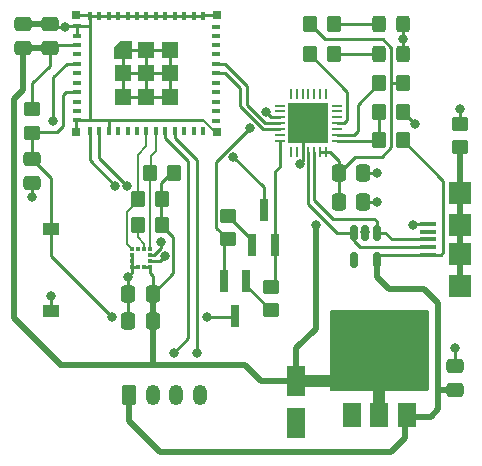
<source format=gtl>
%TF.GenerationSoftware,KiCad,Pcbnew,(6.0.1-0)*%
%TF.CreationDate,2022-02-13T16:39:06+01:00*%
%TF.ProjectId,NightLight,4e696768-744c-4696-9768-742e6b696361,rev?*%
%TF.SameCoordinates,Original*%
%TF.FileFunction,Copper,L1,Top*%
%TF.FilePolarity,Positive*%
%FSLAX46Y46*%
G04 Gerber Fmt 4.6, Leading zero omitted, Abs format (unit mm)*
G04 Created by KiCad (PCBNEW (6.0.1-0)) date 2022-02-13 16:39:06*
%MOMM*%
%LPD*%
G01*
G04 APERTURE LIST*
G04 Aperture macros list*
%AMRoundRect*
0 Rectangle with rounded corners*
0 $1 Rounding radius*
0 $2 $3 $4 $5 $6 $7 $8 $9 X,Y pos of 4 corners*
0 Add a 4 corners polygon primitive as box body*
4,1,4,$2,$3,$4,$5,$6,$7,$8,$9,$2,$3,0*
0 Add four circle primitives for the rounded corners*
1,1,$1+$1,$2,$3*
1,1,$1+$1,$4,$5*
1,1,$1+$1,$6,$7*
1,1,$1+$1,$8,$9*
0 Add four rect primitives between the rounded corners*
20,1,$1+$1,$2,$3,$4,$5,0*
20,1,$1+$1,$4,$5,$6,$7,0*
20,1,$1+$1,$6,$7,$8,$9,0*
20,1,$1+$1,$8,$9,$2,$3,0*%
%AMOutline5P*
0 Free polygon, 5 corners , with rotation*
0 The origin of the aperture is its center*
0 number of corners: always 5*
0 $1 to $10 corner X, Y*
0 $11 Rotation angle, in degrees counterclockwise*
0 create outline with 5 corners*
4,1,5,$1,$2,$3,$4,$5,$6,$7,$8,$9,$10,$1,$2,$11*%
%AMOutline6P*
0 Free polygon, 6 corners , with rotation*
0 The origin of the aperture is its center*
0 number of corners: always 6*
0 $1 to $12 corner X, Y*
0 $13 Rotation angle, in degrees counterclockwise*
0 create outline with 6 corners*
4,1,6,$1,$2,$3,$4,$5,$6,$7,$8,$9,$10,$11,$12,$1,$2,$13*%
%AMOutline7P*
0 Free polygon, 7 corners , with rotation*
0 The origin of the aperture is its center*
0 number of corners: always 7*
0 $1 to $14 corner X, Y*
0 $15 Rotation angle, in degrees counterclockwise*
0 create outline with 7 corners*
4,1,7,$1,$2,$3,$4,$5,$6,$7,$8,$9,$10,$11,$12,$13,$14,$1,$2,$15*%
%AMOutline8P*
0 Free polygon, 8 corners , with rotation*
0 The origin of the aperture is its center*
0 number of corners: always 8*
0 $1 to $16 corner X, Y*
0 $17 Rotation angle, in degrees counterclockwise*
0 create outline with 8 corners*
4,1,8,$1,$2,$3,$4,$5,$6,$7,$8,$9,$10,$11,$12,$13,$14,$15,$16,$1,$2,$17*%
G04 Aperture macros list end*
%TA.AperFunction,SMDPad,CuDef*%
%ADD10R,1.350000X0.400000*%
%TD*%
%TA.AperFunction,SMDPad,CuDef*%
%ADD11R,1.900000X1.900000*%
%TD*%
%TA.AperFunction,SMDPad,CuDef*%
%ADD12RoundRect,0.250000X-0.337500X-0.475000X0.337500X-0.475000X0.337500X0.475000X-0.337500X0.475000X0*%
%TD*%
%TA.AperFunction,SMDPad,CuDef*%
%ADD13RoundRect,0.250000X-0.475000X0.337500X-0.475000X-0.337500X0.475000X-0.337500X0.475000X0.337500X0*%
%TD*%
%TA.AperFunction,SMDPad,CuDef*%
%ADD14RoundRect,0.250000X0.350000X0.450000X-0.350000X0.450000X-0.350000X-0.450000X0.350000X-0.450000X0*%
%TD*%
%TA.AperFunction,SMDPad,CuDef*%
%ADD15R,0.700000X0.700000*%
%TD*%
%TA.AperFunction,SMDPad,CuDef*%
%ADD16R,1.450000X1.450000*%
%TD*%
%TA.AperFunction,SMDPad,CuDef*%
%ADD17Outline5P,-0.725000X0.725000X0.725000X0.725000X0.725000X-0.217500X0.217500X-0.725000X-0.725000X-0.725000X180.000000*%
%TD*%
%TA.AperFunction,SMDPad,CuDef*%
%ADD18R,0.400000X0.800000*%
%TD*%
%TA.AperFunction,SMDPad,CuDef*%
%ADD19R,0.800000X0.400000*%
%TD*%
%TA.AperFunction,SMDPad,CuDef*%
%ADD20RoundRect,0.150000X-0.150000X0.512500X-0.150000X-0.512500X0.150000X-0.512500X0.150000X0.512500X0*%
%TD*%
%TA.AperFunction,SMDPad,CuDef*%
%ADD21R,3.350000X3.350000*%
%TD*%
%TA.AperFunction,SMDPad,CuDef*%
%ADD22RoundRect,0.062500X0.337500X-0.062500X0.337500X0.062500X-0.337500X0.062500X-0.337500X-0.062500X0*%
%TD*%
%TA.AperFunction,SMDPad,CuDef*%
%ADD23RoundRect,0.062500X0.062500X-0.337500X0.062500X0.337500X-0.062500X0.337500X-0.062500X-0.337500X0*%
%TD*%
%TA.AperFunction,SMDPad,CuDef*%
%ADD24RoundRect,0.250000X0.475000X-0.337500X0.475000X0.337500X-0.475000X0.337500X-0.475000X-0.337500X0*%
%TD*%
%TA.AperFunction,SMDPad,CuDef*%
%ADD25R,0.800000X1.900000*%
%TD*%
%TA.AperFunction,SMDPad,CuDef*%
%ADD26RoundRect,0.250000X0.337500X0.475000X-0.337500X0.475000X-0.337500X-0.475000X0.337500X-0.475000X0*%
%TD*%
%TA.AperFunction,SMDPad,CuDef*%
%ADD27RoundRect,0.250000X-0.450000X0.350000X-0.450000X-0.350000X0.450000X-0.350000X0.450000X0.350000X0*%
%TD*%
%TA.AperFunction,SMDPad,CuDef*%
%ADD28RoundRect,0.250000X0.325000X0.450000X-0.325000X0.450000X-0.325000X-0.450000X0.325000X-0.450000X0*%
%TD*%
%TA.AperFunction,SMDPad,CuDef*%
%ADD29R,1.400000X1.000000*%
%TD*%
%TA.AperFunction,SMDPad,CuDef*%
%ADD30RoundRect,0.250000X-0.350000X-0.450000X0.350000X-0.450000X0.350000X0.450000X-0.350000X0.450000X0*%
%TD*%
%TA.AperFunction,ComponentPad*%
%ADD31RoundRect,0.250000X-0.350000X-0.625000X0.350000X-0.625000X0.350000X0.625000X-0.350000X0.625000X0*%
%TD*%
%TA.AperFunction,ComponentPad*%
%ADD32O,1.200000X1.750000*%
%TD*%
%TA.AperFunction,SMDPad,CuDef*%
%ADD33RoundRect,0.250000X0.450000X-0.350000X0.450000X0.350000X-0.450000X0.350000X-0.450000X-0.350000X0*%
%TD*%
%TA.AperFunction,SMDPad,CuDef*%
%ADD34R,1.500000X2.000000*%
%TD*%
%TA.AperFunction,SMDPad,CuDef*%
%ADD35R,3.800000X2.000000*%
%TD*%
%TA.AperFunction,SMDPad,CuDef*%
%ADD36R,0.350000X0.375000*%
%TD*%
%TA.AperFunction,SMDPad,CuDef*%
%ADD37R,0.375000X0.350000*%
%TD*%
%TA.AperFunction,SMDPad,CuDef*%
%ADD38RoundRect,0.250000X-0.550000X1.050000X-0.550000X-1.050000X0.550000X-1.050000X0.550000X1.050000X0*%
%TD*%
%TA.AperFunction,ViaPad*%
%ADD39C,0.800000*%
%TD*%
%TA.AperFunction,ViaPad*%
%ADD40C,0.600000*%
%TD*%
%TA.AperFunction,Conductor*%
%ADD41C,0.250000*%
%TD*%
%TA.AperFunction,Conductor*%
%ADD42C,0.200000*%
%TD*%
%TA.AperFunction,Conductor*%
%ADD43C,0.500000*%
%TD*%
%TA.AperFunction,Conductor*%
%ADD44C,1.000000*%
%TD*%
G04 APERTURE END LIST*
D10*
%TO.P,X1,1,VBUS*%
%TO.N,VBUS*%
X155937500Y-101300000D03*
%TO.P,X1,2,D-*%
%TO.N,Net-(D1-Pad3)*%
X155937500Y-100650000D03*
%TO.P,X1,3,D+*%
%TO.N,Net-(D1-Pad1)*%
X155937500Y-100000000D03*
%TO.P,X1,4,ID*%
%TO.N,unconnected-(X1-Pad4)*%
X155937500Y-99350000D03*
%TO.P,X1,5,GND*%
%TO.N,GND*%
X155937500Y-98700000D03*
D11*
%TO.P,X1,6,Shield*%
%TO.N,Net-(R8-Pad1)*%
X158612500Y-98800000D03*
X158612500Y-96050000D03*
X158612500Y-101200000D03*
X158612500Y-103950000D03*
%TD*%
D12*
%TO.P,C9,1*%
%TO.N,+3V3*%
X148362500Y-96800000D03*
%TO.P,C9,2*%
%TO.N,GND*%
X150437500Y-96800000D03*
%TD*%
D13*
%TO.P,C6,1*%
%TO.N,/RESET*%
X122400000Y-93162500D03*
%TO.P,C6,2*%
%TO.N,GND*%
X122400000Y-95237500D03*
%TD*%
D14*
%TO.P,R10,1*%
%TO.N,+3V3*%
X153800000Y-86800000D03*
%TO.P,R10,2*%
%TO.N,Net-(R10-Pad2)*%
X151800000Y-86800000D03*
%TD*%
D15*
%TO.P,U1,53,GND53*%
%TO.N,GND*%
X126130000Y-81000000D03*
%TO.P,U1,52,GND52*%
X126130000Y-90900000D03*
%TO.P,U1,51,GND51*%
X138030000Y-90900000D03*
%TO.P,U1,50,GND50*%
X138030000Y-81000000D03*
D16*
%TO.P,U1,49,GND_PAD*%
X132080000Y-85950000D03*
X134055000Y-83975000D03*
X132080000Y-87925000D03*
X134055000Y-85950000D03*
X130105000Y-85950000D03*
X134055000Y-87925000D03*
X132080000Y-83975000D03*
X130105000Y-87925000D03*
D17*
X130130000Y-83975000D03*
D18*
%TO.P,U1,48,GND48*%
X127280000Y-81050000D03*
%TO.P,U1,47,GND47*%
X128080000Y-81050000D03*
%TO.P,U1,46,GND46*%
X128880000Y-81050000D03*
%TO.P,U1,45,GND45*%
X129680000Y-81050000D03*
%TO.P,U1,44,GND44*%
X130480000Y-81050000D03*
%TO.P,U1,43,GND43*%
X131280000Y-81050000D03*
%TO.P,U1,42,GND42*%
X132080000Y-81050000D03*
%TO.P,U1,41,GND41*%
X132880000Y-81050000D03*
%TO.P,U1,40,GND40*%
X133680000Y-81050000D03*
%TO.P,U1,39,GND39*%
X134480000Y-81050000D03*
%TO.P,U1,38,GND38*%
X135280000Y-81050000D03*
%TO.P,U1,37,GND37*%
X136080000Y-81050000D03*
%TO.P,U1,36,GND36*%
X136880000Y-81050000D03*
X136880000Y-81050000D03*
D19*
%TO.P,U1,35,NC35*%
%TO.N,unconnected-(U1-Pad35)*%
X137980000Y-82000000D03*
%TO.P,U1,34,NC34*%
%TO.N,unconnected-(U1-Pad34)*%
X137980000Y-82750000D03*
%TO.P,U1,33,NC33*%
%TO.N,unconnected-(U1-Pad33)*%
X137980000Y-83550000D03*
%TO.P,U1,32,NC32*%
%TO.N,unconnected-(U1-Pad32)*%
X137980000Y-84350000D03*
%TO.P,U1,31,TXD0*%
%TO.N,/TXD0*%
X137980000Y-85150000D03*
%TO.P,U1,30,RXD0*%
%TO.N,/RXD0*%
X137980000Y-85950000D03*
%TO.P,U1,29,NC29*%
%TO.N,unconnected-(U1-Pad29)*%
X137980000Y-86750000D03*
%TO.P,U1,28,NC28*%
%TO.N,unconnected-(U1-Pad28)*%
X137980000Y-87550000D03*
%TO.P,U1,27,IO19*%
%TO.N,unconnected-(U1-Pad27)*%
X137980000Y-88350000D03*
%TO.P,U1,26,IO18*%
%TO.N,unconnected-(U1-Pad26)*%
X137980000Y-89150000D03*
%TO.P,U1,25,NC25*%
%TO.N,unconnected-(U1-Pad25)*%
X137980000Y-89950000D03*
D18*
%TO.P,U1,24,NC24*%
%TO.N,unconnected-(U1-Pad24)*%
X136880000Y-90850000D03*
%TO.P,U1,23,IO9*%
%TO.N,unconnected-(U1-Pad23)*%
X136080000Y-90850000D03*
%TO.P,U1,22,IO8*%
%TO.N,unconnected-(U1-Pad22)*%
X135280000Y-90850000D03*
%TO.P,U1,21,IO7*%
%TO.N,/LEDD*%
X134480000Y-90850000D03*
%TO.P,U1,20,IO6*%
%TO.N,/LEDC*%
X133680000Y-90850000D03*
%TO.P,U1,19,IO5*%
%TO.N,/SDC*%
X132880000Y-90850000D03*
%TO.P,U1,18,IO4*%
%TO.N,/SDA*%
X132080000Y-90850000D03*
%TO.P,U1,17,NC17*%
%TO.N,unconnected-(U1-Pad17)*%
X131280000Y-90850000D03*
%TO.P,U1,16,IO10*%
%TO.N,unconnected-(U1-Pad16)*%
X130480000Y-90850000D03*
%TO.P,U1,15,NC15*%
%TO.N,unconnected-(U1-Pad15)*%
X129680000Y-90850000D03*
%TO.P,U1,14,GND14*%
%TO.N,GND*%
X128880000Y-90850000D03*
%TO.P,U1,13,IO1*%
%TO.N,/INT2*%
X128080000Y-90850000D03*
%TO.P,U1,12,IO0*%
%TO.N,/INT1*%
X127280000Y-90850000D03*
D19*
%TO.P,U1,11,GND11*%
%TO.N,GND*%
X126180000Y-89900000D03*
%TO.P,U1,10,NC10*%
%TO.N,unconnected-(U1-Pad10)*%
X126180000Y-89150000D03*
%TO.P,U1,9,NC9*%
%TO.N,unconnected-(U1-Pad9)*%
X126180000Y-88350000D03*
%TO.P,U1,8,EN*%
%TO.N,/RESET*%
X126180000Y-87550000D03*
%TO.P,U1,7,NC7*%
%TO.N,unconnected-(U1-Pad7)*%
X126180000Y-86750000D03*
%TO.P,U1,6,IO3*%
%TO.N,unconnected-(U1-Pad6)*%
X126180000Y-85950000D03*
%TO.P,U1,5,IO2*%
%TO.N,/GPIO2*%
X126180000Y-85150000D03*
%TO.P,U1,4,NC4*%
%TO.N,unconnected-(U1-Pad4)*%
X126180000Y-84350000D03*
%TO.P,U1,3,3V3*%
%TO.N,+3V3*%
X126180000Y-83550000D03*
%TO.P,U1,2,GND2*%
%TO.N,GND*%
X126180000Y-82750000D03*
%TO.P,U1,1,GND1*%
X126180000Y-81950000D03*
%TD*%
D20*
%TO.P,D1,1,K*%
%TO.N,Net-(D1-Pad1)*%
X151572000Y-99446500D03*
%TO.P,D1,2,A*%
%TO.N,GND*%
X150622000Y-99446500D03*
%TO.P,D1,3,K*%
%TO.N,Net-(D1-Pad3)*%
X149672000Y-99446500D03*
%TO.P,D1,4,K*%
%TO.N,unconnected-(D1-Pad4)*%
X149672000Y-101721500D03*
%TO.P,D1,5,K*%
%TO.N,VBUS*%
X151572000Y-101721500D03*
%TD*%
D21*
%TO.P,U3,29,GND*%
%TO.N,GND*%
X145796000Y-90170000D03*
D22*
%TO.P,U3,28,~{DTR}*%
%TO.N,/DTR*%
X143346000Y-91670000D03*
%TO.P,U3,27,~{DSR}*%
%TO.N,unconnected-(U3-Pad27)*%
X143346000Y-91170000D03*
%TO.P,U3,26,TXD*%
%TO.N,/RXD0*%
X143346000Y-90670000D03*
%TO.P,U3,25,RXD*%
%TO.N,/TXD0*%
X143346000Y-90170000D03*
%TO.P,U3,24,~{RTS}*%
%TO.N,/RTS*%
X143346000Y-89670000D03*
%TO.P,U3,23,~{CTS}*%
%TO.N,unconnected-(U3-Pad23)*%
X143346000Y-89170000D03*
%TO.P,U3,22,GPIO.4*%
%TO.N,unconnected-(U3-Pad22)*%
X143346000Y-88670000D03*
D23*
%TO.P,U3,21,GPIO.5*%
%TO.N,unconnected-(U3-Pad21)*%
X144296000Y-87720000D03*
%TO.P,U3,20,GPIO.6*%
%TO.N,unconnected-(U3-Pad20)*%
X144796000Y-87720000D03*
%TO.P,U3,19,~{TXT}/GPIO.0*%
%TO.N,unconnected-(U3-Pad19)*%
X145296000Y-87720000D03*
%TO.P,U3,18,~{RXT}/GPIO.1*%
%TO.N,unconnected-(U3-Pad18)*%
X145796000Y-87720000D03*
%TO.P,U3,17,RS485/GPIO.2*%
%TO.N,unconnected-(U3-Pad17)*%
X146296000Y-87720000D03*
%TO.P,U3,16,~{WAKEUP}/GPIO.3*%
%TO.N,unconnected-(U3-Pad16)*%
X146796000Y-87720000D03*
%TO.P,U3,15,CHR0*%
%TO.N,unconnected-(U3-Pad15)*%
X147296000Y-87720000D03*
D22*
%TO.P,U3,14,CHR1*%
%TO.N,unconnected-(U3-Pad14)*%
X148246000Y-88670000D03*
%TO.P,U3,13,CHREN*%
%TO.N,unconnected-(U3-Pad13)*%
X148246000Y-89170000D03*
%TO.P,U3,12,SUSPEND*%
%TO.N,unconnected-(U3-Pad12)*%
X148246000Y-89670000D03*
%TO.P,U3,11,~{SUSPEND}*%
%TO.N,Net-(R12-Pad1)*%
X148246000Y-90170000D03*
%TO.P,U3,10,NC*%
%TO.N,unconnected-(U3-Pad10)*%
X148246000Y-90670000D03*
%TO.P,U3,9,~{RST}*%
%TO.N,Net-(R10-Pad2)*%
X148246000Y-91170000D03*
%TO.P,U3,8,VBUS*%
%TO.N,Net-(R11-Pad1)*%
X148246000Y-91670000D03*
D23*
%TO.P,U3,7,VREGIN*%
%TO.N,+3V3*%
X147296000Y-92620000D03*
%TO.P,U3,6,VDD*%
X146796000Y-92620000D03*
%TO.P,U3,5,D-*%
%TO.N,Net-(D1-Pad1)*%
X146296000Y-92620000D03*
%TO.P,U3,4,D+*%
%TO.N,Net-(D1-Pad3)*%
X145796000Y-92620000D03*
%TO.P,U3,3,GND*%
%TO.N,GND*%
X145296000Y-92620000D03*
%TO.P,U3,2,~{RI}/CLK*%
%TO.N,unconnected-(U3-Pad2)*%
X144796000Y-92620000D03*
%TO.P,U3,1,~{DCD}*%
%TO.N,unconnected-(U3-Pad1)*%
X144296000Y-92620000D03*
%TD*%
D14*
%TO.P,R2,1*%
%TO.N,+3V3*%
X134400000Y-94400000D03*
%TO.P,R2,2*%
%TO.N,/SDC*%
X132400000Y-94400000D03*
%TD*%
D24*
%TO.P,C4,1*%
%TO.N,+3V3*%
X123900000Y-83837500D03*
%TO.P,C4,2*%
%TO.N,GND*%
X123900000Y-81762500D03*
%TD*%
%TO.P,C3,1*%
%TO.N,+3V3*%
X121600000Y-83837500D03*
%TO.P,C3,2*%
%TO.N,GND*%
X121600000Y-81762500D03*
%TD*%
D25*
%TO.P,Q2,1,B*%
%TO.N,Net-(Q2-Pad1)*%
X140550000Y-103500000D03*
%TO.P,Q2,2,E*%
%TO.N,/RTS*%
X138650000Y-103500000D03*
%TO.P,Q2,3,C*%
%TO.N,/RESET*%
X139600000Y-106500000D03*
%TD*%
D26*
%TO.P,C5,1*%
%TO.N,+3V3*%
X132609500Y-106933500D03*
%TO.P,C5,2*%
%TO.N,GND*%
X130534500Y-106933500D03*
%TD*%
D27*
%TO.P,R5,1*%
%TO.N,Net-(Q1-Pad1)*%
X139000000Y-98000000D03*
%TO.P,R5,2*%
%TO.N,/RTS*%
X139000000Y-100000000D03*
%TD*%
D28*
%TO.P,D3,1,K*%
%TO.N,GND*%
X153800000Y-84328000D03*
%TO.P,D3,2,A*%
%TO.N,Net-(D3-Pad2)*%
X151750000Y-84328000D03*
%TD*%
D29*
%TO.P,PB1,1,1*%
%TO.N,GND*%
X124000000Y-106100000D03*
%TO.P,PB1,2,2*%
%TO.N,/RESET*%
X124000000Y-99100000D03*
%TD*%
D14*
%TO.P,R1,1*%
%TO.N,+3V3*%
X133400000Y-96600000D03*
%TO.P,R1,2*%
%TO.N,/SDA*%
X131400000Y-96600000D03*
%TD*%
D25*
%TO.P,Q1,1,B*%
%TO.N,Net-(Q1-Pad1)*%
X141050000Y-100500000D03*
%TO.P,Q1,2,E*%
%TO.N,/DTR*%
X142950000Y-100500000D03*
%TO.P,Q1,3,C*%
%TO.N,/GPIO2*%
X142000000Y-97500000D03*
%TD*%
D30*
%TO.P,R3,1*%
%TO.N,+3V3*%
X145933000Y-81788000D03*
%TO.P,R3,2*%
%TO.N,Net-(D2-Pad2)*%
X147933000Y-81788000D03*
%TD*%
D31*
%TO.P,X2,1,Pin_1*%
%TO.N,VBUS*%
X130604000Y-113150000D03*
D32*
%TO.P,X2,2,Pin_2*%
%TO.N,/LEDC*%
X132604000Y-113150000D03*
%TO.P,X2,3,Pin_3*%
%TO.N,/LEDD*%
X134604000Y-113150000D03*
%TO.P,X2,4,Pin_4*%
%TO.N,GND*%
X136604000Y-113150000D03*
%TD*%
D28*
%TO.P,D2,1,K*%
%TO.N,GND*%
X153800000Y-81788000D03*
%TO.P,D2,2,A*%
%TO.N,Net-(D2-Pad2)*%
X151750000Y-81788000D03*
%TD*%
D33*
%TO.P,R6,1*%
%TO.N,Net-(Q2-Pad1)*%
X142600000Y-106000000D03*
%TO.P,R6,2*%
%TO.N,/DTR*%
X142600000Y-104000000D03*
%TD*%
D34*
%TO.P,U4,1,GND*%
%TO.N,GND*%
X149500000Y-114910000D03*
D35*
%TO.P,U4,2,VO*%
%TO.N,+3V3*%
X151800000Y-108610000D03*
D34*
X151800000Y-114910000D03*
%TO.P,U4,3,VI*%
%TO.N,VBUS*%
X154100000Y-114910000D03*
%TD*%
D27*
%TO.P,R7,1*%
%TO.N,+3V3*%
X122400000Y-89000000D03*
%TO.P,R7,2*%
%TO.N,/RESET*%
X122400000Y-91000000D03*
%TD*%
D24*
%TO.P,C1,1*%
%TO.N,VBUS*%
X158242000Y-112797500D03*
%TO.P,C1,2*%
%TO.N,GND*%
X158242000Y-110722500D03*
%TD*%
D14*
%TO.P,R9,1*%
%TO.N,VBUS*%
X153800000Y-91600000D03*
%TO.P,R9,2*%
%TO.N,Net-(R11-Pad1)*%
X151800000Y-91600000D03*
%TD*%
D36*
%TO.P,U2,1,SCL/SPC*%
%TO.N,/SDC*%
X132350000Y-100837500D03*
%TO.P,U2,2,~{CS}*%
%TO.N,Net-(R4-Pad2)*%
X131850000Y-100837500D03*
%TO.P,U2,3,SA0/SDO*%
%TO.N,unconnected-(U2-Pad3)*%
X131350000Y-100837500D03*
%TO.P,U2,4,SDA/SDI*%
%TO.N,/SDA*%
X130850000Y-100837500D03*
D37*
%TO.P,U2,5,RES*%
%TO.N,GND*%
X130837500Y-101350000D03*
%TO.P,U2,6,GND*%
X130837500Y-101850000D03*
D36*
%TO.P,U2,7,GND*%
X130850000Y-102362500D03*
%TO.P,U2,8,GND*%
X131350000Y-102362500D03*
%TO.P,U2,9,Vdd*%
%TO.N,+3V3*%
X131850000Y-102362500D03*
%TO.P,U2,10,Vdd_IO*%
X132350000Y-102362500D03*
D37*
%TO.P,U2,11,INT2*%
%TO.N,/INT2*%
X132362500Y-101850000D03*
%TO.P,U2,12,INT1*%
%TO.N,/INT1*%
X132362500Y-101350000D03*
%TD*%
D26*
%TO.P,C7,1*%
%TO.N,+3V3*%
X132609500Y-104647500D03*
%TO.P,C7,2*%
%TO.N,GND*%
X130534500Y-104647500D03*
%TD*%
D14*
%TO.P,R4,1*%
%TO.N,+3V3*%
X133400000Y-98800000D03*
%TO.P,R4,2*%
%TO.N,Net-(R4-Pad2)*%
X131400000Y-98800000D03*
%TD*%
D30*
%TO.P,R11,1*%
%TO.N,Net-(R11-Pad1)*%
X151800000Y-89200000D03*
%TO.P,R11,2*%
%TO.N,GND*%
X153800000Y-89200000D03*
%TD*%
%TO.P,R12,1*%
%TO.N,Net-(R12-Pad1)*%
X145933000Y-84328000D03*
%TO.P,R12,2*%
%TO.N,Net-(D3-Pad2)*%
X147933000Y-84328000D03*
%TD*%
D38*
%TO.P,C2,1*%
%TO.N,+3V3*%
X144780000Y-111992000D03*
%TO.P,C2,2*%
%TO.N,GND*%
X144780000Y-115592000D03*
%TD*%
D33*
%TO.P,R8,1*%
%TO.N,Net-(R8-Pad1)*%
X158600000Y-92200000D03*
%TO.P,R8,2*%
%TO.N,GND*%
X158600000Y-90200000D03*
%TD*%
D12*
%TO.P,C8,1*%
%TO.N,+3V3*%
X148362500Y-94400000D03*
%TO.P,C8,2*%
%TO.N,GND*%
X150437500Y-94400000D03*
%TD*%
D39*
%TO.N,GND*%
X122400000Y-96400000D03*
X151600000Y-94400000D03*
X132050000Y-83975000D03*
X124000000Y-104800000D03*
X150600000Y-99400000D03*
X151600000Y-96800000D03*
X134055000Y-83975000D03*
X158200000Y-109200000D03*
X145071500Y-93600000D03*
X130130000Y-83975000D03*
X132100000Y-85948000D03*
X144800000Y-115600000D03*
X154800000Y-90200000D03*
X125200000Y-82000000D03*
X134055000Y-87898000D03*
X130534500Y-103200000D03*
X132100000Y-87925000D03*
X153791000Y-83000000D03*
X134055000Y-86043000D03*
X149400000Y-115000000D03*
X158600000Y-89000000D03*
X130105000Y-87925000D03*
X154686000Y-98806000D03*
X130100000Y-85950000D03*
D40*
%TO.N,+3V3*%
X148200000Y-110800000D03*
X148200000Y-108000000D03*
X150000000Y-110000000D03*
X153800000Y-111400000D03*
X153800000Y-110000000D03*
X153800000Y-108600000D03*
X155400000Y-106600000D03*
D39*
X148400000Y-96800000D03*
D40*
X150000000Y-107200000D03*
X151800000Y-112200000D03*
X151800000Y-110800000D03*
X153800000Y-107200000D03*
X148200000Y-112200000D03*
X150000000Y-111400000D03*
X148200000Y-106600000D03*
X151800000Y-106600000D03*
X151800000Y-109400000D03*
X151800000Y-108000000D03*
X155400000Y-112200000D03*
X150000000Y-108600000D03*
X155400000Y-109400000D03*
X155400000Y-110800000D03*
X155400000Y-108000000D03*
D39*
X146400000Y-98800000D03*
D40*
X148200000Y-109400000D03*
D39*
%TO.N,/RESET*%
X129200000Y-106600000D03*
X137200000Y-106600000D03*
%TO.N,/GPIO2*%
X124200000Y-90000000D03*
X139409299Y-93009299D03*
%TO.N,/RTS*%
X140838701Y-90555299D03*
X142181158Y-89212842D03*
%TO.N,/INT1*%
X133345701Y-100200000D03*
X129450000Y-95450000D03*
%TO.N,/LEDC*%
X134400000Y-109600000D03*
%TO.N,/LEDD*%
X136400000Y-109600000D03*
%TO.N,/INT2*%
X133691500Y-101400000D03*
X130426944Y-95473056D03*
%TD*%
D41*
%TO.N,/INT1*%
X129450000Y-95450000D02*
X127280000Y-93280000D01*
X127280000Y-93280000D02*
X127280000Y-90850000D01*
%TO.N,/INT2*%
X130426944Y-95473056D02*
X128080000Y-93126112D01*
X128080000Y-93126112D02*
X128080000Y-90850000D01*
%TO.N,GND*%
X154800000Y-90200000D02*
X153800000Y-89200000D01*
X128880000Y-90000000D02*
X128880000Y-90850000D01*
D42*
X137900000Y-90900000D02*
X136875000Y-89875000D01*
D41*
X128580000Y-89900000D02*
X136850000Y-89900000D01*
D42*
X138030000Y-90900000D02*
X137900000Y-90900000D01*
D43*
%TO.N,VBUS*%
X130604000Y-113150000D02*
X130604000Y-115404000D01*
X130604000Y-115404000D02*
X133200000Y-118000000D01*
X133200000Y-118000000D02*
X152800000Y-118000000D01*
X152800000Y-118000000D02*
X154000000Y-116800000D01*
X154000000Y-116800000D02*
X154000000Y-115010000D01*
X154000000Y-115010000D02*
X154010000Y-115000000D01*
X154010000Y-115000000D02*
X156200000Y-115000000D01*
X156200000Y-115000000D02*
X156800000Y-114400000D01*
X156800000Y-114400000D02*
X156800000Y-112797500D01*
X151572000Y-103172000D02*
X151572000Y-101721500D01*
D41*
X156075000Y-101300000D02*
X151658500Y-101300000D01*
X157000000Y-101300000D02*
X157226000Y-101074000D01*
D43*
X158242000Y-112797500D02*
X156800000Y-112797500D01*
X156800000Y-112797500D02*
X156800000Y-105400000D01*
X156800000Y-105400000D02*
X155600000Y-104200000D01*
X155600000Y-104200000D02*
X152600000Y-104200000D01*
D41*
X156075000Y-101300000D02*
X157000000Y-101300000D01*
X157226000Y-95026000D02*
X153800000Y-91600000D01*
X157226000Y-101074000D02*
X157226000Y-95026000D01*
D43*
X152600000Y-104200000D02*
X151572000Y-103172000D01*
D41*
%TO.N,GND*%
X126922500Y-81950000D02*
X127280000Y-81950000D01*
X127280000Y-89877500D02*
X127257500Y-89900000D01*
X130534500Y-104647500D02*
X130534500Y-103200000D01*
X128880000Y-81050000D02*
X128080000Y-81050000D01*
X129680000Y-81050000D02*
X128880000Y-81050000D01*
X130105000Y-85950000D02*
X130100000Y-85950000D01*
X126130000Y-89950000D02*
X126180000Y-89900000D01*
X130534500Y-103145000D02*
X130850000Y-102829500D01*
X126130000Y-90900000D02*
X126130000Y-89950000D01*
X130100000Y-85950000D02*
X132098000Y-85950000D01*
X126130000Y-81000000D02*
X127230000Y-81000000D01*
X127280000Y-85978000D02*
X127280000Y-89877500D01*
X130837500Y-102346500D02*
X130822000Y-102362000D01*
X145296000Y-92620000D02*
X145296000Y-90670000D01*
X158242000Y-109242000D02*
X158200000Y-109200000D01*
X122400000Y-96400000D02*
X122428000Y-96372000D01*
X158600000Y-90200000D02*
X158600000Y-89000000D01*
X132102000Y-85950000D02*
X134055000Y-85950000D01*
X126180000Y-89900000D02*
X127257500Y-89900000D01*
X132100000Y-87925000D02*
X134028000Y-87925000D01*
X126180000Y-81950000D02*
X126922500Y-81950000D01*
X125200000Y-82000000D02*
X124137500Y-82000000D01*
X128080000Y-81050000D02*
X127280000Y-81050000D01*
X144792000Y-115592000D02*
X144800000Y-115600000D01*
X130850000Y-102829500D02*
X130850000Y-102362500D01*
X129680000Y-81050000D02*
X130480000Y-81050000D01*
X130105000Y-84000000D02*
X130130000Y-83975000D01*
X130105000Y-87925000D02*
X132100000Y-87925000D01*
X145296000Y-90670000D02*
X145796000Y-90170000D01*
X144780000Y-115592000D02*
X144792000Y-115592000D01*
X124137500Y-82000000D02*
X123900000Y-81762500D01*
X149490000Y-114910000D02*
X149400000Y-115000000D01*
X153800000Y-83009000D02*
X153791000Y-83000000D01*
X145296000Y-93375500D02*
X145071500Y-93600000D01*
X127230000Y-81000000D02*
X127280000Y-81050000D01*
X158242000Y-110722500D02*
X158242000Y-109242000D01*
X150437500Y-94400000D02*
X151600000Y-94400000D01*
X130480000Y-81050000D02*
X136880000Y-81050000D01*
X130105000Y-87925000D02*
X130105000Y-84000000D01*
X153800000Y-84328000D02*
X153800000Y-83009000D01*
X126180000Y-81950000D02*
X126180000Y-82750000D01*
X153800000Y-82991000D02*
X153791000Y-83000000D01*
X136930000Y-81000000D02*
X136880000Y-81050000D01*
X134028000Y-87925000D02*
X134055000Y-87898000D01*
D43*
X121600000Y-81762500D02*
X123900000Y-81762500D01*
D41*
X150622000Y-99422000D02*
X150600000Y-99400000D01*
X130837500Y-101377500D02*
X130837500Y-102346500D01*
X130822000Y-102362000D02*
X131322000Y-102362000D01*
X127280000Y-81950000D02*
X127280000Y-85978000D01*
X150437500Y-96800000D02*
X151600000Y-96800000D01*
X138030000Y-81000000D02*
X136930000Y-81000000D01*
X130534500Y-104647500D02*
X130534500Y-106933500D01*
X127257500Y-89900000D02*
X128580000Y-89900000D01*
X124000000Y-106100000D02*
X124000000Y-104800000D01*
X130130000Y-83975000D02*
X132050000Y-83975000D01*
X127280000Y-81950000D02*
X127280000Y-81050000D01*
X134055000Y-83975000D02*
X134055000Y-86043000D01*
X154792000Y-98700000D02*
X154686000Y-98806000D01*
X132098000Y-85950000D02*
X132100000Y-85948000D01*
X132080000Y-87925000D02*
X132080000Y-83975000D01*
X125250000Y-81950000D02*
X126180000Y-81950000D01*
X130534500Y-103200000D02*
X130534500Y-103145000D01*
X122428000Y-96372000D02*
X122428000Y-95271500D01*
X132050000Y-83975000D02*
X134055000Y-83975000D01*
X145296000Y-92620000D02*
X145296000Y-93375500D01*
X156075000Y-98700000D02*
X154792000Y-98700000D01*
X150622000Y-99446500D02*
X150622000Y-99422000D01*
X149500000Y-114910000D02*
X149490000Y-114910000D01*
X134055000Y-86043000D02*
X134055000Y-87898000D01*
X125200000Y-82000000D02*
X125250000Y-81950000D01*
X132100000Y-85948000D02*
X132102000Y-85950000D01*
X153800000Y-81788000D02*
X153800000Y-82991000D01*
D43*
%TO.N,+3V3*%
X124800000Y-110600000D02*
X140400000Y-110600000D01*
X120904000Y-88138000D02*
X120904000Y-106680000D01*
X146400000Y-107600000D02*
X144780000Y-109220000D01*
D41*
X152800000Y-86800000D02*
X152800000Y-83800000D01*
X152067493Y-83058000D02*
X147203000Y-83058000D01*
D44*
X151800000Y-109000000D02*
X151800000Y-108610000D01*
D43*
X121600000Y-83837500D02*
X123900000Y-83837500D01*
D41*
X148362500Y-94400000D02*
X149762500Y-93000000D01*
X133334000Y-95250000D02*
X134350000Y-94234000D01*
D43*
X146400000Y-98800000D02*
X146400000Y-107600000D01*
X132609500Y-106933500D02*
X132609500Y-104647500D01*
D41*
X147620000Y-92620000D02*
X147296000Y-92620000D01*
D44*
X151800000Y-110000000D02*
X151800000Y-109000000D01*
X151800000Y-112000000D02*
X144788000Y-112000000D01*
D41*
X134366000Y-99838000D02*
X133334000Y-98806000D01*
D43*
X141792000Y-111992000D02*
X144780000Y-111992000D01*
D41*
X132609500Y-103145000D02*
X132609500Y-104647500D01*
X152775000Y-83765507D02*
X152067493Y-83058000D01*
X149762500Y-93000000D02*
X152000000Y-93000000D01*
X133334000Y-96520000D02*
X133334000Y-95250000D01*
X133334000Y-98806000D02*
X133334000Y-96520000D01*
X153800000Y-86800000D02*
X152800000Y-86800000D01*
X152800000Y-92200000D02*
X152800000Y-86800000D01*
D43*
X132609500Y-106933500D02*
X132609500Y-110600000D01*
D41*
X132350000Y-102885500D02*
X132609500Y-103145000D01*
X144788000Y-112000000D02*
X144780000Y-111992000D01*
D43*
X144780000Y-109220000D02*
X144780000Y-111992000D01*
D41*
X122428000Y-88916000D02*
X122428000Y-86772000D01*
D43*
X140400000Y-110600000D02*
X141792000Y-111992000D01*
D41*
X122428000Y-86772000D02*
X123900000Y-85300000D01*
X146796000Y-92620000D02*
X147296000Y-92620000D01*
X126180000Y-83550000D02*
X124187500Y-83550000D01*
X132350000Y-102362000D02*
X132350000Y-102885500D01*
D44*
X151800000Y-111000000D02*
X151800000Y-110000000D01*
D41*
X124187500Y-83550000D02*
X123900000Y-83837500D01*
D44*
X151800000Y-114910000D02*
X151800000Y-111000000D01*
D41*
X148400000Y-96800000D02*
X148400000Y-93400000D01*
D43*
X120904000Y-106680000D02*
X124824000Y-110600000D01*
D41*
X147203000Y-83058000D02*
X145933000Y-81788000D01*
D43*
X121666000Y-87376000D02*
X120904000Y-88138000D01*
D41*
X131822000Y-102362000D02*
X132350000Y-102362000D01*
X152000000Y-93000000D02*
X152800000Y-92200000D01*
D43*
X121666000Y-83566000D02*
X121666000Y-87376000D01*
D41*
X134366000Y-102891000D02*
X134366000Y-99838000D01*
X123900000Y-85300000D02*
X123900000Y-83837500D01*
X132609500Y-104647500D02*
X134366000Y-102891000D01*
X148400000Y-93400000D02*
X147620000Y-92620000D01*
%TO.N,/RESET*%
X122428000Y-90916000D02*
X122428000Y-93196500D01*
X122428000Y-93196500D02*
X124000000Y-94768500D01*
X125000011Y-90399989D02*
X124499986Y-90900014D01*
X137200000Y-106600000D02*
X139414000Y-106600000D01*
X125000011Y-87799989D02*
X125000011Y-90399989D01*
X126180000Y-87550000D02*
X125250000Y-87550000D01*
X124000000Y-101400000D02*
X129200000Y-106600000D01*
X122443986Y-90900014D02*
X122428000Y-90916000D01*
X139414000Y-106600000D02*
X139446000Y-106632000D01*
X124499986Y-90900014D02*
X122443986Y-90900014D01*
X124000000Y-94768500D02*
X124000000Y-101400000D01*
X125250000Y-87550000D02*
X125000011Y-87799989D01*
%TO.N,Net-(Q1-Pad1)*%
X139000000Y-98036000D02*
X141050000Y-100086000D01*
X141050000Y-100086000D02*
X141050000Y-100536000D01*
%TO.N,/DTR*%
X142950000Y-103954000D02*
X142950000Y-100536000D01*
X142950000Y-94250000D02*
X143346000Y-93854000D01*
X143346000Y-93854000D02*
X143346000Y-91670000D01*
X142950000Y-100536000D02*
X142950000Y-94250000D01*
X142748000Y-104156000D02*
X142950000Y-103954000D01*
%TO.N,/GPIO2*%
X125341000Y-85150000D02*
X124200000Y-86291000D01*
X126180000Y-85150000D02*
X125341000Y-85150000D01*
X124200000Y-86291000D02*
X124200000Y-90000000D01*
X142000000Y-95600000D02*
X139409299Y-93009299D01*
X142000000Y-97536000D02*
X142000000Y-95600000D01*
%TO.N,Net-(Q2-Pad1)*%
X140396000Y-103804000D02*
X142748000Y-106156000D01*
X140396000Y-103632000D02*
X140396000Y-103804000D01*
%TO.N,/RTS*%
X139000000Y-100000000D02*
X138650000Y-100350000D01*
X137975480Y-93418520D02*
X140838701Y-90555299D01*
X143346000Y-89670000D02*
X142638316Y-89670000D01*
X142638316Y-89670000D02*
X142181158Y-89212842D01*
X138964000Y-100000000D02*
X137975480Y-99011480D01*
X137975480Y-99011480D02*
X137975480Y-93418520D01*
X138650000Y-100350000D02*
X138650000Y-103500000D01*
X139000000Y-100000000D02*
X138964000Y-100000000D01*
D42*
%TO.N,/SDA*%
X132080000Y-90752000D02*
X132080000Y-92075000D01*
X132080000Y-92075000D02*
X131334000Y-92821000D01*
X131334000Y-92821000D02*
X131334000Y-96774000D01*
X130409480Y-97698520D02*
X131334000Y-96774000D01*
X130409480Y-100424480D02*
X130409480Y-97698520D01*
X130822000Y-100837000D02*
X130409480Y-100424480D01*
%TO.N,/SDC*%
X132400000Y-94516000D02*
X132428000Y-94488000D01*
X132428000Y-92948000D02*
X132880000Y-92496000D01*
X132428000Y-94488000D02*
X132428000Y-92948000D01*
X132350000Y-100837500D02*
X132400000Y-100787500D01*
X132880000Y-92496000D02*
X132880000Y-90830000D01*
X132400000Y-100787500D02*
X132400000Y-94516000D01*
D41*
%TO.N,/INT1*%
X132749522Y-101349500D02*
X132334500Y-101349500D01*
X133345701Y-100753321D02*
X132749522Y-101349500D01*
X133345701Y-100200000D02*
X133345701Y-100753321D01*
%TO.N,Net-(D1-Pad1)*%
X151572000Y-98486000D02*
X151384000Y-98298000D01*
X152278500Y-99446500D02*
X151572000Y-99446500D01*
X156075000Y-100000000D02*
X152832000Y-100000000D01*
X152832000Y-100000000D02*
X152278500Y-99446500D01*
X151572000Y-99446500D02*
X151572000Y-98486000D01*
X147898000Y-98298000D02*
X146296000Y-96696000D01*
X151384000Y-98298000D02*
X147898000Y-98298000D01*
X146296000Y-96696000D02*
X146296000Y-92620000D01*
%TO.N,/LEDC*%
X133680000Y-91400000D02*
X133680000Y-90850000D01*
X135636000Y-93356000D02*
X133680000Y-91400000D01*
X135636000Y-108364000D02*
X135636000Y-93356000D01*
X134400000Y-109600000D02*
X135636000Y-108364000D01*
%TO.N,/LEDD*%
X136400000Y-109600000D02*
X136400000Y-93320000D01*
X136400000Y-93320000D02*
X134480000Y-91400000D01*
X134480000Y-91400000D02*
X134480000Y-90850000D01*
%TO.N,/RXD0*%
X141978000Y-90670000D02*
X140000000Y-88692000D01*
X140000000Y-87200000D02*
X138750000Y-85950000D01*
X140000000Y-88692000D02*
X140000000Y-87200000D01*
X138750000Y-85950000D02*
X137980000Y-85950000D01*
X143346000Y-90670000D02*
X141978000Y-90670000D01*
%TO.N,/TXD0*%
X142113718Y-90170000D02*
X143346000Y-90170000D01*
X137980000Y-85150000D02*
X138750000Y-85150000D01*
X140600000Y-88656282D02*
X142113718Y-90170000D01*
X138750000Y-85150000D02*
X140600000Y-87000000D01*
X140600000Y-87000000D02*
X140600000Y-88656282D01*
D42*
%TO.N,Net-(R4-Pad2)*%
X131334000Y-98806000D02*
X131334000Y-99838000D01*
X131334000Y-99838000D02*
X131850000Y-100354000D01*
X131850000Y-100354000D02*
X131850000Y-100837500D01*
D41*
%TO.N,Net-(R11-Pad1)*%
X148246000Y-91670000D02*
X151730000Y-91670000D01*
X151730000Y-91670000D02*
X151800000Y-91600000D01*
X151800000Y-89200000D02*
X151800000Y-91600000D01*
%TO.N,Net-(R10-Pad2)*%
X148246000Y-91170000D02*
X149622000Y-91170000D01*
X150000000Y-88600000D02*
X151800000Y-86800000D01*
X150000000Y-90792000D02*
X150000000Y-88600000D01*
X149622000Y-91170000D02*
X150000000Y-90792000D01*
D43*
%TO.N,Net-(R8-Pad1)*%
X158600000Y-103800000D02*
X158600000Y-92400000D01*
X158600000Y-92400000D02*
X158800000Y-92200000D01*
D41*
%TO.N,Net-(D1-Pad3)*%
X149672000Y-100142000D02*
X149672000Y-99446500D01*
X149672000Y-99446500D02*
X148246500Y-99446500D01*
X148246500Y-99446500D02*
X145796000Y-96996000D01*
X156075000Y-100650000D02*
X150180000Y-100650000D01*
X145796000Y-96996000D02*
X145796000Y-92620000D01*
X150180000Y-100650000D02*
X149672000Y-100142000D01*
%TO.N,/INT2*%
X133241500Y-101850000D02*
X133691500Y-101400000D01*
X132362500Y-101850000D02*
X133241500Y-101850000D01*
%TO.N,Net-(D2-Pad2)*%
X147933000Y-81788000D02*
X151750000Y-81788000D01*
%TO.N,Net-(D3-Pad2)*%
X147933000Y-84328000D02*
X151750000Y-84328000D01*
%TO.N,Net-(R12-Pad1)*%
X145933000Y-84333000D02*
X145933000Y-84328000D01*
X149098000Y-89902000D02*
X149098000Y-87498000D01*
X148830000Y-90170000D02*
X149098000Y-89902000D01*
X148246000Y-90170000D02*
X148830000Y-90170000D01*
X149098000Y-87498000D02*
X145933000Y-84333000D01*
%TD*%
%TA.AperFunction,Conductor*%
%TO.N,+3V3*%
G36*
X155942209Y-106020002D02*
G01*
X155988702Y-106073658D01*
X156000088Y-106125912D01*
X156004670Y-112673912D01*
X155984716Y-112742047D01*
X155931092Y-112788577D01*
X155878670Y-112800000D01*
X147730670Y-112800000D01*
X147662549Y-112779998D01*
X147616056Y-112726342D01*
X147604670Y-112674088D01*
X147600088Y-106126088D01*
X147620042Y-106057953D01*
X147673666Y-106011423D01*
X147726088Y-106000000D01*
X155874088Y-106000000D01*
X155942209Y-106020002D01*
G37*
%TD.AperFunction*%
%TD*%
M02*

</source>
